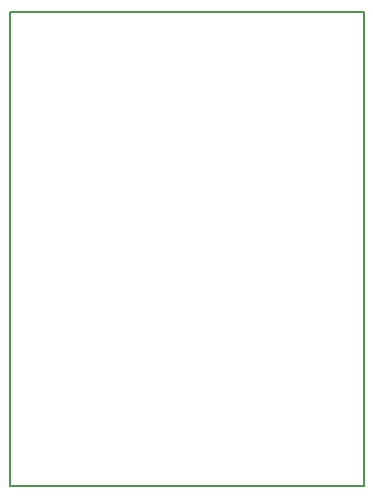
<source format=gbr>
G04 #@! TF.GenerationSoftware,KiCad,Pcbnew,(2017-02-05 revision 431abcf)-makepkg*
G04 #@! TF.CreationDate,2017-03-02T10:01:43+01:00*
G04 #@! TF.ProjectId,LINREG01A,4C494E5245473031412E6B696361645F,rev?*
G04 #@! TF.FileFunction,Profile,NP*
%FSLAX46Y46*%
G04 Gerber Fmt 4.6, Leading zero omitted, Abs format (unit mm)*
G04 Created by KiCad (PCBNEW (2017-02-05 revision 431abcf)-makepkg) date 03/02/17 10:01:43*
%MOMM*%
%LPD*%
G01*
G04 APERTURE LIST*
%ADD10C,0.500000*%
%ADD11C,0.150000*%
G04 APERTURE END LIST*
D10*
D11*
X254000Y40386000D02*
X30226000Y40386000D01*
X30226000Y254000D02*
X30226000Y40386000D01*
X254000Y254000D02*
X30226000Y254000D01*
X254000Y40386000D02*
X254000Y254000D01*
M02*

</source>
